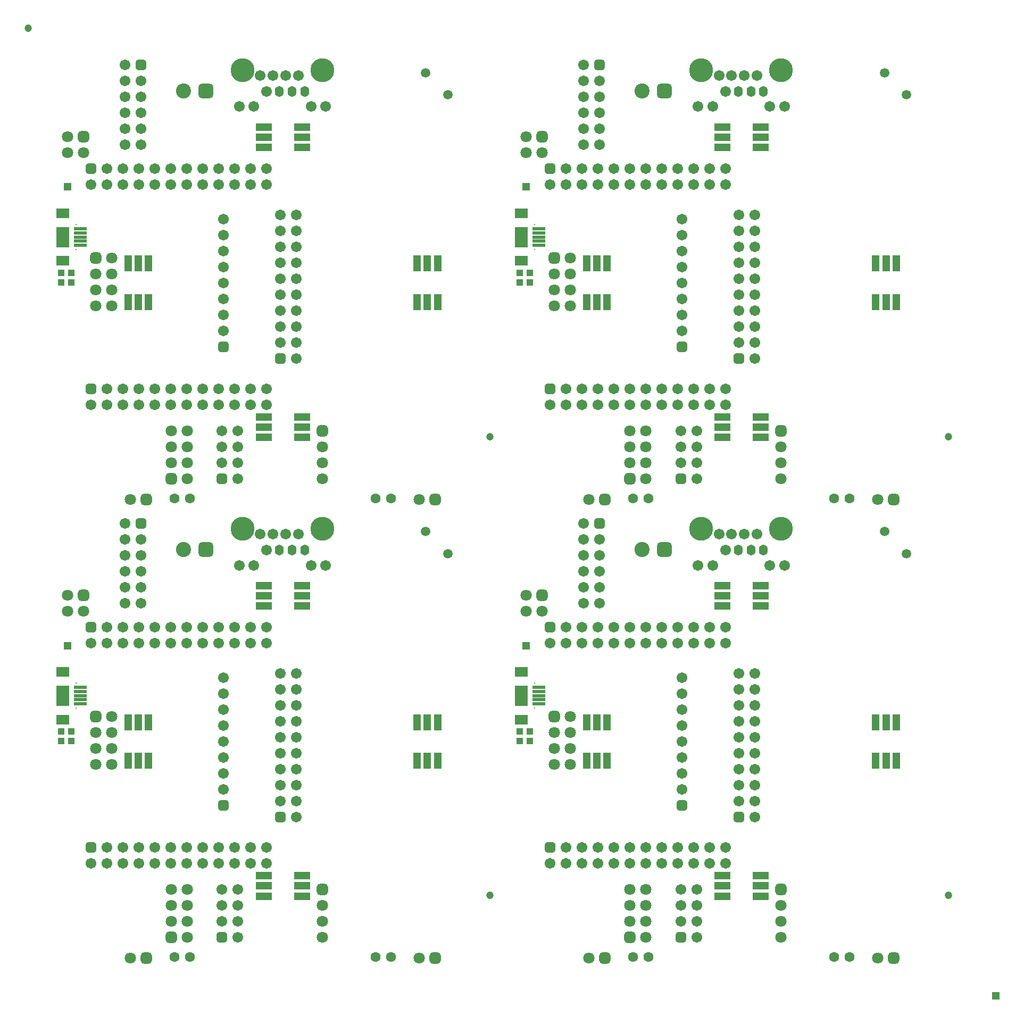
<source format=gts>
G04*
G04 #@! TF.GenerationSoftware,Altium Limited,Altium Designer,18.1.11 (251)*
G04*
G04 Layer_Color=8388736*
%FSLAX24Y24*%
%MOIN*%
G70*
G01*
G75*
%ADD60C,0.0474*%
%ADD61R,0.0474X0.0474*%
%ADD62R,0.0474X0.0986*%
%ADD63R,0.0986X0.0474*%
%ADD64R,0.0395X0.0434*%
%ADD65R,0.0828X0.0631*%
%ADD66R,0.0789X0.0237*%
%ADD67R,0.0828X0.1261*%
%ADD68C,0.0592*%
G04:AMPARAMS|DCode=69|XSize=71mil|YSize=71mil|CornerRadius=19.7mil|HoleSize=0mil|Usage=FLASHONLY|Rotation=270.000|XOffset=0mil|YOffset=0mil|HoleType=Round|Shape=RoundedRectangle|*
%AMROUNDEDRECTD69*
21,1,0.0710,0.0315,0,0,270.0*
21,1,0.0315,0.0710,0,0,270.0*
1,1,0.0395,-0.0157,-0.0157*
1,1,0.0395,-0.0157,0.0157*
1,1,0.0395,0.0157,0.0157*
1,1,0.0395,0.0157,-0.0157*
%
%ADD69ROUNDEDRECTD69*%
%ADD70C,0.0710*%
%ADD71C,0.0671*%
G04:AMPARAMS|DCode=72|XSize=67.1mil|YSize=67.1mil|CornerRadius=18.8mil|HoleSize=0mil|Usage=FLASHONLY|Rotation=0.000|XOffset=0mil|YOffset=0mil|HoleType=Round|Shape=RoundedRectangle|*
%AMROUNDEDRECTD72*
21,1,0.0671,0.0295,0,0,0.0*
21,1,0.0295,0.0671,0,0,0.0*
1,1,0.0375,0.0148,-0.0148*
1,1,0.0375,-0.0148,-0.0148*
1,1,0.0375,-0.0148,0.0148*
1,1,0.0375,0.0148,0.0148*
%
%ADD72ROUNDEDRECTD72*%
G04:AMPARAMS|DCode=73|XSize=67.1mil|YSize=67.1mil|CornerRadius=18.8mil|HoleSize=0mil|Usage=FLASHONLY|Rotation=90.000|XOffset=0mil|YOffset=0mil|HoleType=Round|Shape=RoundedRectangle|*
%AMROUNDEDRECTD73*
21,1,0.0671,0.0295,0,0,90.0*
21,1,0.0295,0.0671,0,0,90.0*
1,1,0.0375,0.0148,0.0148*
1,1,0.0375,0.0148,-0.0148*
1,1,0.0375,-0.0148,-0.0148*
1,1,0.0375,-0.0148,0.0148*
%
%ADD73ROUNDEDRECTD73*%
%ADD74C,0.0631*%
%ADD75C,0.0080*%
G04:AMPARAMS|DCode=76|XSize=71mil|YSize=71mil|CornerRadius=19.7mil|HoleSize=0mil|Usage=FLASHONLY|Rotation=180.000|XOffset=0mil|YOffset=0mil|HoleType=Round|Shape=RoundedRectangle|*
%AMROUNDEDRECTD76*
21,1,0.0710,0.0315,0,0,180.0*
21,1,0.0315,0.0710,0,0,180.0*
1,1,0.0395,-0.0157,0.0157*
1,1,0.0395,0.0157,0.0157*
1,1,0.0395,0.0157,-0.0157*
1,1,0.0395,-0.0157,-0.0157*
%
%ADD76ROUNDEDRECTD76*%
%ADD77O,0.0552X0.0671*%
%ADD78C,0.1497*%
%ADD79C,0.0946*%
G04:AMPARAMS|DCode=80|XSize=94.6mil|YSize=94.6mil|CornerRadius=25.7mil|HoleSize=0mil|Usage=FLASHONLY|Rotation=90.000|XOffset=0mil|YOffset=0mil|HoleType=Round|Shape=RoundedRectangle|*
%AMROUNDEDRECTD80*
21,1,0.0946,0.0433,0,0,90.0*
21,1,0.0433,0.0946,0,0,90.0*
1,1,0.0513,0.0217,0.0217*
1,1,0.0513,0.0217,-0.0217*
1,1,0.0513,-0.0217,-0.0217*
1,1,0.0513,-0.0217,0.0217*
%
%ADD80ROUNDEDRECTD80*%
D60*
X-1575Y59055D02*
D03*
X27362Y4724D02*
D03*
X56102D02*
D03*
X27362Y33465D02*
D03*
X56102D02*
D03*
D61*
X59055Y-1575D02*
D03*
X886Y20374D02*
D03*
X29626D02*
D03*
X886Y49114D02*
D03*
X29626D02*
D03*
D62*
X22799Y15571D02*
D03*
X23439D02*
D03*
X24079D02*
D03*
X22799Y13169D02*
D03*
X23439D02*
D03*
X24079D02*
D03*
X5968D02*
D03*
X5329D02*
D03*
X4689D02*
D03*
X5968Y15571D02*
D03*
X5329D02*
D03*
X4689D02*
D03*
X51539D02*
D03*
X52179D02*
D03*
X52819D02*
D03*
X51539Y13169D02*
D03*
X52179D02*
D03*
X52819D02*
D03*
X34709D02*
D03*
X34069D02*
D03*
X33429D02*
D03*
X34709Y15571D02*
D03*
X34069D02*
D03*
X33429D02*
D03*
X22799Y44311D02*
D03*
X23439D02*
D03*
X24079D02*
D03*
X22799Y41909D02*
D03*
X23439D02*
D03*
X24079D02*
D03*
X5968D02*
D03*
X5329D02*
D03*
X4689D02*
D03*
X5968Y44311D02*
D03*
X5329D02*
D03*
X4689D02*
D03*
X51539D02*
D03*
X52179D02*
D03*
X52819D02*
D03*
X51539Y41909D02*
D03*
X52179D02*
D03*
X52819D02*
D03*
X34709D02*
D03*
X34069D02*
D03*
X33429D02*
D03*
X34709Y44311D02*
D03*
X34069D02*
D03*
X33429D02*
D03*
D63*
X15581Y24124D02*
D03*
Y23484D02*
D03*
Y22844D02*
D03*
X13179Y24124D02*
D03*
Y23484D02*
D03*
Y22844D02*
D03*
X13183Y4675D02*
D03*
Y5315D02*
D03*
Y5955D02*
D03*
X15585Y4675D02*
D03*
Y5315D02*
D03*
Y5955D02*
D03*
X44321Y24124D02*
D03*
Y23484D02*
D03*
Y22844D02*
D03*
X41919Y24124D02*
D03*
Y23484D02*
D03*
Y22844D02*
D03*
X41923Y4675D02*
D03*
Y5315D02*
D03*
Y5955D02*
D03*
X44325Y4675D02*
D03*
Y5315D02*
D03*
Y5955D02*
D03*
X15581Y52864D02*
D03*
Y52224D02*
D03*
Y51585D02*
D03*
X13179Y52864D02*
D03*
Y52224D02*
D03*
Y51585D02*
D03*
X13183Y33415D02*
D03*
Y34055D02*
D03*
Y34695D02*
D03*
X15585Y33415D02*
D03*
Y34055D02*
D03*
Y34695D02*
D03*
X44321Y52864D02*
D03*
Y52224D02*
D03*
Y51585D02*
D03*
X41919Y52864D02*
D03*
Y52224D02*
D03*
Y51585D02*
D03*
X41923Y33415D02*
D03*
Y34055D02*
D03*
Y34695D02*
D03*
X44325Y33415D02*
D03*
Y34055D02*
D03*
Y34695D02*
D03*
D64*
X502Y14990D02*
D03*
X1132D02*
D03*
X502Y14400D02*
D03*
X1132D02*
D03*
X29242Y14990D02*
D03*
X29872D02*
D03*
X29242Y14400D02*
D03*
X29872D02*
D03*
X502Y43730D02*
D03*
X1132D02*
D03*
X502Y43140D02*
D03*
X1132D02*
D03*
X29242Y43730D02*
D03*
X29872D02*
D03*
X29242Y43140D02*
D03*
X29872D02*
D03*
D65*
X581Y15738D02*
D03*
Y18730D02*
D03*
X29321Y15738D02*
D03*
Y18730D02*
D03*
X581Y44478D02*
D03*
Y47470D02*
D03*
X29321Y44478D02*
D03*
Y47470D02*
D03*
D66*
X1703Y16722D02*
D03*
Y16978D02*
D03*
Y17234D02*
D03*
Y17490D02*
D03*
Y17746D02*
D03*
X30443Y16722D02*
D03*
Y16978D02*
D03*
Y17234D02*
D03*
Y17490D02*
D03*
Y17746D02*
D03*
X1703Y45463D02*
D03*
Y45718D02*
D03*
Y45974D02*
D03*
Y46230D02*
D03*
Y46486D02*
D03*
X30443Y45463D02*
D03*
Y45718D02*
D03*
Y45974D02*
D03*
Y46230D02*
D03*
Y46486D02*
D03*
D67*
X581Y17234D02*
D03*
X29321D02*
D03*
X581Y45974D02*
D03*
X29321D02*
D03*
D68*
X24729Y26138D02*
D03*
X23337Y27530D02*
D03*
X53469Y26138D02*
D03*
X52077Y27530D02*
D03*
X24729Y54878D02*
D03*
X23337Y56270D02*
D03*
X53469Y54878D02*
D03*
X52077Y56270D02*
D03*
D69*
X2659Y15919D02*
D03*
X1878Y23531D02*
D03*
X7386Y2087D02*
D03*
X16850Y5085D02*
D03*
X31400Y15919D02*
D03*
X30618Y23531D02*
D03*
X36126Y2087D02*
D03*
X45591Y5085D02*
D03*
X2659Y44659D02*
D03*
X1878Y52272D02*
D03*
X7386Y30827D02*
D03*
X16850Y33825D02*
D03*
X31400Y44659D02*
D03*
X30618Y52272D02*
D03*
X36126Y30827D02*
D03*
X45591Y33825D02*
D03*
D70*
X3659Y15919D02*
D03*
X2659Y14919D02*
D03*
X3659D02*
D03*
X2659Y13919D02*
D03*
X3659D02*
D03*
X2659Y12919D02*
D03*
X3659D02*
D03*
X878Y22531D02*
D03*
X1878D02*
D03*
X878Y23531D02*
D03*
X22925Y787D02*
D03*
X4815D02*
D03*
X8386Y5087D02*
D03*
X7386D02*
D03*
X8386Y4087D02*
D03*
X7386D02*
D03*
X8386Y3087D02*
D03*
X7386D02*
D03*
X8386Y2087D02*
D03*
X16850Y2085D02*
D03*
Y3085D02*
D03*
Y4085D02*
D03*
X32400Y15919D02*
D03*
X31400Y14919D02*
D03*
X32400D02*
D03*
X31400Y13919D02*
D03*
X32400D02*
D03*
X31400Y12919D02*
D03*
X32400D02*
D03*
X29618Y22531D02*
D03*
X30618D02*
D03*
X29618Y23531D02*
D03*
X51665Y787D02*
D03*
X33555D02*
D03*
X37126Y5087D02*
D03*
X36126D02*
D03*
X37126Y4087D02*
D03*
X36126D02*
D03*
X37126Y3087D02*
D03*
X36126D02*
D03*
X37126Y2087D02*
D03*
X45591Y2085D02*
D03*
Y3085D02*
D03*
Y4085D02*
D03*
X3659Y44659D02*
D03*
X2659Y43659D02*
D03*
X3659D02*
D03*
X2659Y42659D02*
D03*
X3659D02*
D03*
X2659Y41659D02*
D03*
X3659D02*
D03*
X878Y51272D02*
D03*
X1878D02*
D03*
X878Y52272D02*
D03*
X22925Y29528D02*
D03*
X4815D02*
D03*
X8386Y33827D02*
D03*
X7386D02*
D03*
X8386Y32827D02*
D03*
X7386D02*
D03*
X8386Y31827D02*
D03*
X7386D02*
D03*
X8386Y30827D02*
D03*
X16850Y30825D02*
D03*
Y31825D02*
D03*
Y32825D02*
D03*
X32400Y44659D02*
D03*
X31400Y43659D02*
D03*
X32400D02*
D03*
X31400Y42659D02*
D03*
X32400D02*
D03*
X31400Y41659D02*
D03*
X32400D02*
D03*
X29618Y51272D02*
D03*
X30618D02*
D03*
X29618Y52272D02*
D03*
X51665Y29528D02*
D03*
X33555D02*
D03*
X37126Y33827D02*
D03*
X36126D02*
D03*
X37126Y32827D02*
D03*
X36126D02*
D03*
X37126Y31827D02*
D03*
X36126D02*
D03*
X37126Y30827D02*
D03*
X45591Y30825D02*
D03*
Y31825D02*
D03*
Y32825D02*
D03*
D71*
X5372Y7726D02*
D03*
X6372D02*
D03*
X3372D02*
D03*
X4372D02*
D03*
X7372D02*
D03*
X8372D02*
D03*
X9372D02*
D03*
X10372D02*
D03*
X11372D02*
D03*
X12372D02*
D03*
X13372D02*
D03*
Y6726D02*
D03*
X12372D02*
D03*
X11372D02*
D03*
X10372D02*
D03*
X9372D02*
D03*
X8372D02*
D03*
X7372D02*
D03*
X2372D02*
D03*
X4372D02*
D03*
X3372D02*
D03*
X6372D02*
D03*
X5372D02*
D03*
Y21518D02*
D03*
X6372D02*
D03*
X3372D02*
D03*
X4372D02*
D03*
X7372D02*
D03*
X10372D02*
D03*
X11372D02*
D03*
X8372D02*
D03*
X9372D02*
D03*
X2372Y20518D02*
D03*
X9372D02*
D03*
X8372D02*
D03*
X11372D02*
D03*
X10372D02*
D03*
X7372D02*
D03*
X4372D02*
D03*
X3372D02*
D03*
X6372D02*
D03*
X5372D02*
D03*
X12372Y21518D02*
D03*
Y20518D02*
D03*
X13372D02*
D03*
Y21518D02*
D03*
X15236Y12622D02*
D03*
Y13622D02*
D03*
Y10622D02*
D03*
Y11622D02*
D03*
Y9622D02*
D03*
Y14622D02*
D03*
Y15622D02*
D03*
Y16622D02*
D03*
Y17622D02*
D03*
Y18622D02*
D03*
X14236Y12622D02*
D03*
Y13622D02*
D03*
Y10622D02*
D03*
Y11622D02*
D03*
Y14622D02*
D03*
Y15622D02*
D03*
Y16622D02*
D03*
Y17622D02*
D03*
Y18622D02*
D03*
X13770Y27352D02*
D03*
X10644Y18370D02*
D03*
Y17370D02*
D03*
Y16370D02*
D03*
Y15370D02*
D03*
Y14370D02*
D03*
Y13370D02*
D03*
Y12370D02*
D03*
Y11370D02*
D03*
X12970Y27352D02*
D03*
X13372Y26352D02*
D03*
X14569Y27352D02*
D03*
X15368D02*
D03*
X17071Y25404D02*
D03*
X16169D02*
D03*
X11669D02*
D03*
X12571D02*
D03*
X11573Y5083D02*
D03*
X10573D02*
D03*
X11573Y4083D02*
D03*
X10573D02*
D03*
X11573Y3083D02*
D03*
X10573D02*
D03*
X11573Y2083D02*
D03*
X4478Y23020D02*
D03*
X5478D02*
D03*
X4478Y24020D02*
D03*
X5478D02*
D03*
X4478Y25020D02*
D03*
X5478D02*
D03*
X4478Y26020D02*
D03*
X5478D02*
D03*
X4478Y27020D02*
D03*
X5478D02*
D03*
X4478Y28020D02*
D03*
X34112Y7726D02*
D03*
X35112D02*
D03*
X32112D02*
D03*
X33112D02*
D03*
X36112D02*
D03*
X37112D02*
D03*
X38112D02*
D03*
X39112D02*
D03*
X40112D02*
D03*
X41112D02*
D03*
X42112D02*
D03*
Y6726D02*
D03*
X41112D02*
D03*
X40112D02*
D03*
X39112D02*
D03*
X38112D02*
D03*
X37112D02*
D03*
X36112D02*
D03*
X31112D02*
D03*
X33112D02*
D03*
X32112D02*
D03*
X35112D02*
D03*
X34112D02*
D03*
Y21518D02*
D03*
X35112D02*
D03*
X32112D02*
D03*
X33112D02*
D03*
X36112D02*
D03*
X39112D02*
D03*
X40112D02*
D03*
X37112D02*
D03*
X38112D02*
D03*
X31112Y20518D02*
D03*
X38112D02*
D03*
X37112D02*
D03*
X40112D02*
D03*
X39112D02*
D03*
X36112D02*
D03*
X33112D02*
D03*
X32112D02*
D03*
X35112D02*
D03*
X34112D02*
D03*
X41112Y21518D02*
D03*
Y20518D02*
D03*
X42112D02*
D03*
Y21518D02*
D03*
X43976Y12622D02*
D03*
Y13622D02*
D03*
Y10622D02*
D03*
Y11622D02*
D03*
Y9622D02*
D03*
Y14622D02*
D03*
Y15622D02*
D03*
Y16622D02*
D03*
Y17622D02*
D03*
Y18622D02*
D03*
X42976Y12622D02*
D03*
Y13622D02*
D03*
Y10622D02*
D03*
Y11622D02*
D03*
Y14622D02*
D03*
Y15622D02*
D03*
Y16622D02*
D03*
Y17622D02*
D03*
Y18622D02*
D03*
X42510Y27352D02*
D03*
X39384Y18370D02*
D03*
Y17370D02*
D03*
Y16370D02*
D03*
Y15370D02*
D03*
Y14370D02*
D03*
Y13370D02*
D03*
Y12370D02*
D03*
Y11370D02*
D03*
X41711Y27352D02*
D03*
X42112Y26352D02*
D03*
X43309Y27352D02*
D03*
X44108D02*
D03*
X45811Y25404D02*
D03*
X44909D02*
D03*
X40409D02*
D03*
X41311D02*
D03*
X40313Y5083D02*
D03*
X39313D02*
D03*
X40313Y4083D02*
D03*
X39313D02*
D03*
X40313Y3083D02*
D03*
X39313D02*
D03*
X40313Y2083D02*
D03*
X33219Y23020D02*
D03*
X34219D02*
D03*
X33219Y24020D02*
D03*
X34219D02*
D03*
X33219Y25020D02*
D03*
X34219D02*
D03*
X33219Y26020D02*
D03*
X34219D02*
D03*
X33219Y27020D02*
D03*
X34219D02*
D03*
X33219Y28020D02*
D03*
X5372Y36467D02*
D03*
X6372D02*
D03*
X3372D02*
D03*
X4372D02*
D03*
X7372D02*
D03*
X8372D02*
D03*
X9372D02*
D03*
X10372D02*
D03*
X11372D02*
D03*
X12372D02*
D03*
X13372D02*
D03*
Y35467D02*
D03*
X12372D02*
D03*
X11372D02*
D03*
X10372D02*
D03*
X9372D02*
D03*
X8372D02*
D03*
X7372D02*
D03*
X2372D02*
D03*
X4372D02*
D03*
X3372D02*
D03*
X6372D02*
D03*
X5372D02*
D03*
Y50258D02*
D03*
X6372D02*
D03*
X3372D02*
D03*
X4372D02*
D03*
X7372D02*
D03*
X10372D02*
D03*
X11372D02*
D03*
X8372D02*
D03*
X9372D02*
D03*
X2372Y49258D02*
D03*
X9372D02*
D03*
X8372D02*
D03*
X11372D02*
D03*
X10372D02*
D03*
X7372D02*
D03*
X4372D02*
D03*
X3372D02*
D03*
X6372D02*
D03*
X5372D02*
D03*
X12372Y50258D02*
D03*
Y49258D02*
D03*
X13372D02*
D03*
Y50258D02*
D03*
X15236Y41362D02*
D03*
Y42362D02*
D03*
Y39362D02*
D03*
Y40362D02*
D03*
Y38362D02*
D03*
Y43362D02*
D03*
Y44362D02*
D03*
Y45362D02*
D03*
Y46362D02*
D03*
Y47362D02*
D03*
X14236Y41362D02*
D03*
Y42362D02*
D03*
Y39362D02*
D03*
Y40362D02*
D03*
Y43362D02*
D03*
Y44362D02*
D03*
Y45362D02*
D03*
Y46362D02*
D03*
Y47362D02*
D03*
X13770Y56093D02*
D03*
X10644Y47110D02*
D03*
Y46110D02*
D03*
Y45110D02*
D03*
Y44110D02*
D03*
Y43110D02*
D03*
Y42110D02*
D03*
Y41110D02*
D03*
Y40110D02*
D03*
X12970Y56093D02*
D03*
X13372Y55093D02*
D03*
X14569Y56093D02*
D03*
X15368D02*
D03*
X17071Y54144D02*
D03*
X16169D02*
D03*
X11669D02*
D03*
X12571D02*
D03*
X11573Y33823D02*
D03*
X10573D02*
D03*
X11573Y32823D02*
D03*
X10573D02*
D03*
X11573Y31823D02*
D03*
X10573D02*
D03*
X11573Y30823D02*
D03*
X4478Y51760D02*
D03*
X5478D02*
D03*
X4478Y52760D02*
D03*
X5478D02*
D03*
X4478Y53760D02*
D03*
X5478D02*
D03*
X4478Y54760D02*
D03*
X5478D02*
D03*
X4478Y55760D02*
D03*
X5478D02*
D03*
X4478Y56760D02*
D03*
X34112Y36467D02*
D03*
X35112D02*
D03*
X32112D02*
D03*
X33112D02*
D03*
X36112D02*
D03*
X37112D02*
D03*
X38112D02*
D03*
X39112D02*
D03*
X40112D02*
D03*
X41112D02*
D03*
X42112D02*
D03*
Y35467D02*
D03*
X41112D02*
D03*
X40112D02*
D03*
X39112D02*
D03*
X38112D02*
D03*
X37112D02*
D03*
X36112D02*
D03*
X31112D02*
D03*
X33112D02*
D03*
X32112D02*
D03*
X35112D02*
D03*
X34112D02*
D03*
Y50258D02*
D03*
X35112D02*
D03*
X32112D02*
D03*
X33112D02*
D03*
X36112D02*
D03*
X39112D02*
D03*
X40112D02*
D03*
X37112D02*
D03*
X38112D02*
D03*
X31112Y49258D02*
D03*
X38112D02*
D03*
X37112D02*
D03*
X40112D02*
D03*
X39112D02*
D03*
X36112D02*
D03*
X33112D02*
D03*
X32112D02*
D03*
X35112D02*
D03*
X34112D02*
D03*
X41112Y50258D02*
D03*
Y49258D02*
D03*
X42112D02*
D03*
Y50258D02*
D03*
X43976Y41362D02*
D03*
Y42362D02*
D03*
Y39362D02*
D03*
Y40362D02*
D03*
Y38362D02*
D03*
Y43362D02*
D03*
Y44362D02*
D03*
Y45362D02*
D03*
Y46362D02*
D03*
Y47362D02*
D03*
X42976Y41362D02*
D03*
Y42362D02*
D03*
Y39362D02*
D03*
Y40362D02*
D03*
Y43362D02*
D03*
Y44362D02*
D03*
Y45362D02*
D03*
Y46362D02*
D03*
Y47362D02*
D03*
X42510Y56093D02*
D03*
X39384Y47110D02*
D03*
Y46110D02*
D03*
Y45110D02*
D03*
Y44110D02*
D03*
Y43110D02*
D03*
Y42110D02*
D03*
Y41110D02*
D03*
Y40110D02*
D03*
X41711Y56093D02*
D03*
X42112Y55093D02*
D03*
X43309Y56093D02*
D03*
X44108D02*
D03*
X45811Y54144D02*
D03*
X44909D02*
D03*
X40409D02*
D03*
X41311D02*
D03*
X40313Y33823D02*
D03*
X39313D02*
D03*
X40313Y32823D02*
D03*
X39313D02*
D03*
X40313Y31823D02*
D03*
X39313D02*
D03*
X40313Y30823D02*
D03*
X33219Y51760D02*
D03*
X34219D02*
D03*
X33219Y52760D02*
D03*
X34219D02*
D03*
X33219Y53760D02*
D03*
X34219D02*
D03*
X33219Y54760D02*
D03*
X34219D02*
D03*
X33219Y55760D02*
D03*
X34219D02*
D03*
X33219Y56760D02*
D03*
D72*
X2372Y7726D02*
D03*
Y21518D02*
D03*
X31112Y7726D02*
D03*
Y21518D02*
D03*
X2372Y36467D02*
D03*
Y50258D02*
D03*
X31112Y36467D02*
D03*
Y50258D02*
D03*
D73*
X14236Y9622D02*
D03*
X10644Y10370D02*
D03*
X10573Y2083D02*
D03*
X5478Y28020D02*
D03*
X42976Y9622D02*
D03*
X39384Y10370D02*
D03*
X39313Y2083D02*
D03*
X34219Y28020D02*
D03*
X14236Y38362D02*
D03*
X10644Y39110D02*
D03*
X10573Y30823D02*
D03*
X5478Y56760D02*
D03*
X42976Y38362D02*
D03*
X39384Y39110D02*
D03*
X39313Y30823D02*
D03*
X34219Y56760D02*
D03*
D74*
X7579Y866D02*
D03*
X8563D02*
D03*
X21161D02*
D03*
X20177D02*
D03*
X36319D02*
D03*
X37303D02*
D03*
X49902D02*
D03*
X48917D02*
D03*
X7579Y29606D02*
D03*
X8563D02*
D03*
X21161D02*
D03*
X20177D02*
D03*
X36319D02*
D03*
X37303D02*
D03*
X49902D02*
D03*
X48917D02*
D03*
D75*
X1427Y18022D02*
D03*
Y16447D02*
D03*
X30167Y18022D02*
D03*
Y16447D02*
D03*
X1427Y46762D02*
D03*
Y45187D02*
D03*
X30167Y46762D02*
D03*
Y45187D02*
D03*
D76*
X23925Y787D02*
D03*
X5815D02*
D03*
X52665D02*
D03*
X34555D02*
D03*
X23925Y29528D02*
D03*
X5815D02*
D03*
X52665D02*
D03*
X34555D02*
D03*
D77*
X14171Y26352D02*
D03*
X14970D02*
D03*
X15770D02*
D03*
X42911D02*
D03*
X43711D02*
D03*
X44510D02*
D03*
X14171Y55093D02*
D03*
X14970D02*
D03*
X15770D02*
D03*
X42911D02*
D03*
X43711D02*
D03*
X44510D02*
D03*
D78*
X11870Y27703D02*
D03*
X16870D02*
D03*
X40610D02*
D03*
X45610D02*
D03*
X11870Y56443D02*
D03*
X16870D02*
D03*
X40610D02*
D03*
X45610D02*
D03*
D79*
X8169Y26378D02*
D03*
X36909D02*
D03*
X8169Y55118D02*
D03*
X36909D02*
D03*
D80*
X9547Y26378D02*
D03*
X38287D02*
D03*
X9547Y55118D02*
D03*
X38287D02*
D03*
M02*

</source>
